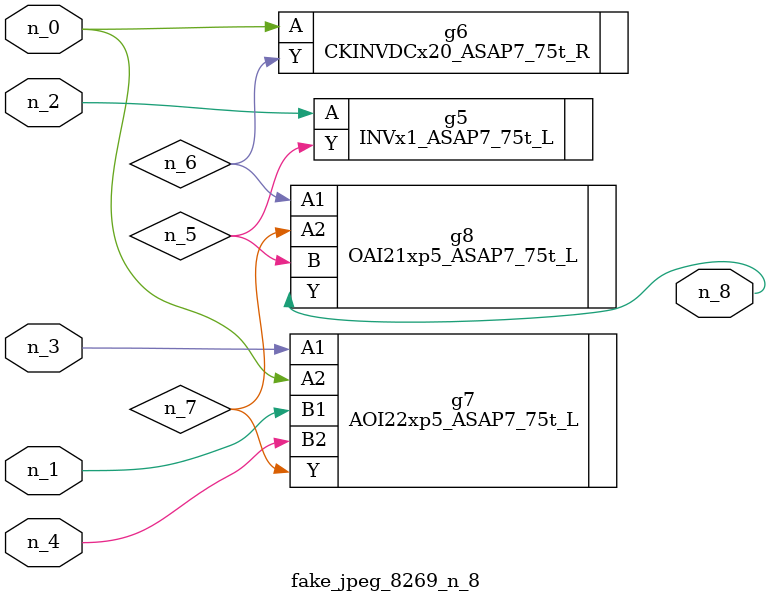
<source format=v>
module fake_jpeg_8269_n_8 (n_3, n_2, n_1, n_0, n_4, n_8);

input n_3;
input n_2;
input n_1;
input n_0;
input n_4;

output n_8;

wire n_6;
wire n_5;
wire n_7;

INVx1_ASAP7_75t_L g5 ( 
.A(n_2),
.Y(n_5)
);

CKINVDCx20_ASAP7_75t_R g6 ( 
.A(n_0),
.Y(n_6)
);

AOI22xp5_ASAP7_75t_L g7 ( 
.A1(n_3),
.A2(n_0),
.B1(n_1),
.B2(n_4),
.Y(n_7)
);

OAI21xp5_ASAP7_75t_L g8 ( 
.A1(n_6),
.A2(n_7),
.B(n_5),
.Y(n_8)
);


endmodule
</source>
